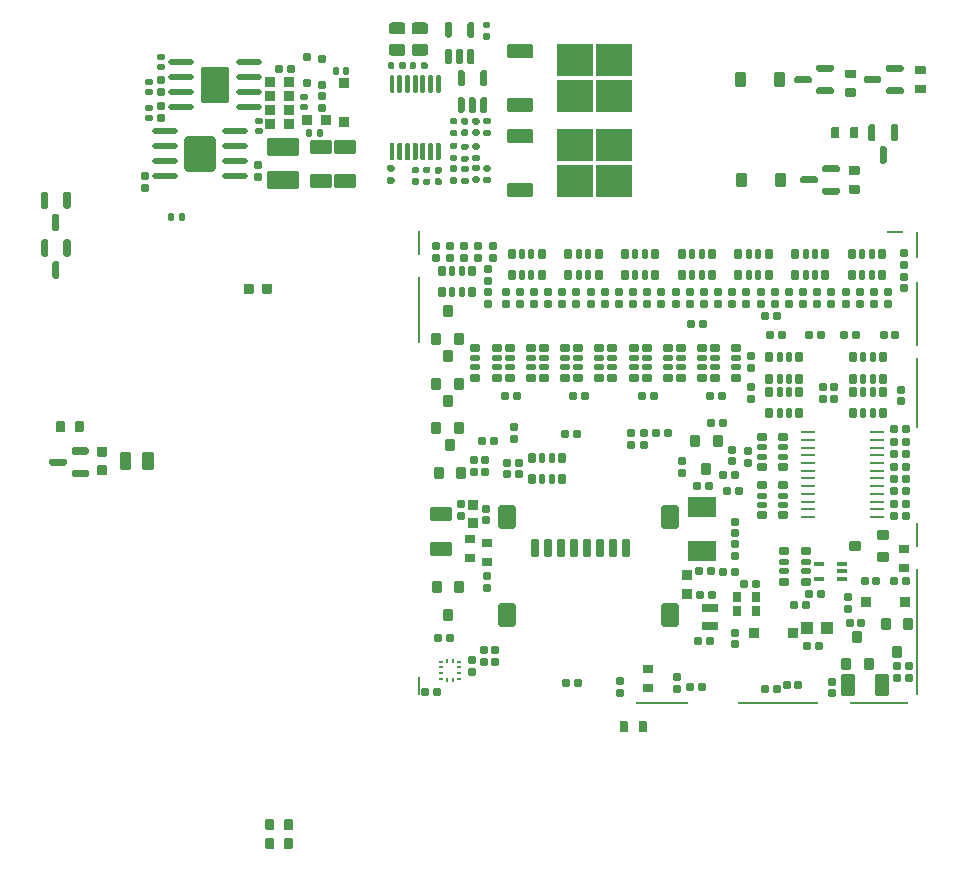
<source format=gbp>
G75*
G70*
%OFA0B0*%
%FSLAX25Y25*%
%IPPOS*%
%LPD*%
%AMOC8*
5,1,8,0,0,1.08239X$1,22.5*
%
%AMM133*
21,1,0.035430,0.030320,-0.000000,-0.000000,270.000000*
21,1,0.028350,0.037400,-0.000000,-0.000000,270.000000*
1,1,0.007090,-0.015160,-0.014170*
1,1,0.007090,-0.015160,0.014170*
1,1,0.007090,0.015160,0.014170*
1,1,0.007090,0.015160,-0.014170*
%
%AMM135*
21,1,0.035830,0.026770,-0.000000,-0.000000,180.000000*
21,1,0.029130,0.033470,-0.000000,-0.000000,180.000000*
1,1,0.006690,-0.014570,0.013390*
1,1,0.006690,0.014570,0.013390*
1,1,0.006690,0.014570,-0.013390*
1,1,0.006690,-0.014570,-0.013390*
%
%AMM137*
21,1,0.070870,0.036220,-0.000000,-0.000000,270.000000*
21,1,0.061810,0.045280,-0.000000,-0.000000,270.000000*
1,1,0.009060,-0.018110,-0.030910*
1,1,0.009060,-0.018110,0.030910*
1,1,0.009060,0.018110,0.030910*
1,1,0.009060,0.018110,-0.030910*
%
%AMM157*
21,1,0.033470,0.026770,-0.000000,-0.000000,90.000000*
21,1,0.026770,0.033470,-0.000000,-0.000000,90.000000*
1,1,0.006690,0.013390,0.013390*
1,1,0.006690,0.013390,-0.013390*
1,1,0.006690,-0.013390,-0.013390*
1,1,0.006690,-0.013390,0.013390*
%
%AMM171*
21,1,0.035830,0.026770,0.000000,-0.000000,270.000000*
21,1,0.029130,0.033470,0.000000,-0.000000,270.000000*
1,1,0.006690,-0.013390,-0.014570*
1,1,0.006690,-0.013390,0.014570*
1,1,0.006690,0.013390,0.014570*
1,1,0.006690,0.013390,-0.014570*
%
%AMM173*
21,1,0.070870,0.036220,0.000000,-0.000000,0.000000*
21,1,0.061810,0.045280,0.000000,-0.000000,0.000000*
1,1,0.009060,0.030910,-0.018110*
1,1,0.009060,-0.030910,-0.018110*
1,1,0.009060,-0.030910,0.018110*
1,1,0.009060,0.030910,0.018110*
%
%AMM176*
21,1,0.023620,0.018900,0.000000,-0.000000,0.000000*
21,1,0.018900,0.023620,0.000000,-0.000000,0.000000*
1,1,0.004720,0.009450,-0.009450*
1,1,0.004720,-0.009450,-0.009450*
1,1,0.004720,-0.009450,0.009450*
1,1,0.004720,0.009450,0.009450*
%
%AMM177*
21,1,0.019680,0.019680,0.000000,-0.000000,270.000000*
21,1,0.015750,0.023620,0.000000,-0.000000,270.000000*
1,1,0.003940,-0.009840,-0.007870*
1,1,0.003940,-0.009840,0.007870*
1,1,0.003940,0.009840,0.007870*
1,1,0.003940,0.009840,-0.007870*
%
%AMM178*
21,1,0.019680,0.019680,0.000000,-0.000000,180.000000*
21,1,0.015750,0.023620,0.000000,-0.000000,180.000000*
1,1,0.003940,-0.007870,0.009840*
1,1,0.003940,0.007870,0.009840*
1,1,0.003940,0.007870,-0.009840*
1,1,0.003940,-0.007870,-0.009840*
%
%AMM192*
21,1,0.106300,0.050390,0.000000,-0.000000,0.000000*
21,1,0.093700,0.062990,0.000000,-0.000000,0.000000*
1,1,0.012600,0.046850,-0.025200*
1,1,0.012600,-0.046850,-0.025200*
1,1,0.012600,-0.046850,0.025200*
1,1,0.012600,0.046850,0.025200*
%
%AMM193*
21,1,0.033470,0.026770,0.000000,-0.000000,180.000000*
21,1,0.026770,0.033470,0.000000,-0.000000,180.000000*
1,1,0.006690,-0.013390,0.013390*
1,1,0.006690,0.013390,0.013390*
1,1,0.006690,0.013390,-0.013390*
1,1,0.006690,-0.013390,-0.013390*
%
%AMM194*
21,1,0.023620,0.018900,0.000000,-0.000000,90.000000*
21,1,0.018900,0.023620,0.000000,-0.000000,90.000000*
1,1,0.004720,0.009450,0.009450*
1,1,0.004720,0.009450,-0.009450*
1,1,0.004720,-0.009450,-0.009450*
1,1,0.004720,-0.009450,0.009450*
%
%AMM195*
21,1,0.122050,0.075590,0.000000,-0.000000,90.000000*
21,1,0.103150,0.094490,0.000000,-0.000000,90.000000*
1,1,0.018900,0.037800,0.051580*
1,1,0.018900,0.037800,-0.051580*
1,1,0.018900,-0.037800,-0.051580*
1,1,0.018900,-0.037800,0.051580*
%
%AMM196*
21,1,0.118110,0.083460,0.000000,-0.000000,270.000000*
21,1,0.097240,0.104330,0.000000,-0.000000,270.000000*
1,1,0.020870,-0.041730,-0.048620*
1,1,0.020870,-0.041730,0.048620*
1,1,0.020870,0.041730,0.048620*
1,1,0.020870,0.041730,-0.048620*
%
%AMM259*
21,1,0.027560,0.018900,-0.000000,-0.000000,0.000000*
21,1,0.022840,0.023620,-0.000000,-0.000000,0.000000*
1,1,0.004720,0.011420,-0.009450*
1,1,0.004720,-0.011420,-0.009450*
1,1,0.004720,-0.011420,0.009450*
1,1,0.004720,0.011420,0.009450*
%
%AMM262*
21,1,0.025590,0.026380,-0.000000,-0.000000,270.000000*
21,1,0.020470,0.031500,-0.000000,-0.000000,270.000000*
1,1,0.005120,-0.013190,-0.010240*
1,1,0.005120,-0.013190,0.010240*
1,1,0.005120,0.013190,0.010240*
1,1,0.005120,0.013190,-0.010240*
%
%AMM263*
21,1,0.017720,0.027950,-0.000000,-0.000000,270.000000*
21,1,0.014170,0.031500,-0.000000,-0.000000,270.000000*
1,1,0.003540,-0.013980,-0.007090*
1,1,0.003540,-0.013980,0.007090*
1,1,0.003540,0.013980,0.007090*
1,1,0.003540,0.013980,-0.007090*
%
%AMM265*
21,1,0.012600,0.028980,-0.000000,-0.000000,270.000000*
21,1,0.010080,0.031500,-0.000000,-0.000000,270.000000*
1,1,0.002520,-0.014490,-0.005040*
1,1,0.002520,-0.014490,0.005040*
1,1,0.002520,0.014490,0.005040*
1,1,0.002520,0.014490,-0.005040*
%
%AMM268*
21,1,0.027560,0.018900,-0.000000,-0.000000,270.000000*
21,1,0.022840,0.023620,-0.000000,-0.000000,270.000000*
1,1,0.004720,-0.009450,-0.011420*
1,1,0.004720,-0.009450,0.011420*
1,1,0.004720,0.009450,0.011420*
1,1,0.004720,0.009450,-0.011420*
%
%AMM285*
21,1,0.035430,0.030320,-0.000000,-0.000000,0.000000*
21,1,0.028350,0.037400,-0.000000,-0.000000,0.000000*
1,1,0.007090,0.014170,-0.015160*
1,1,0.007090,-0.014170,-0.015160*
1,1,0.007090,-0.014170,0.015160*
1,1,0.007090,0.014170,0.015160*
%
%AMM286*
21,1,0.070870,0.036220,-0.000000,-0.000000,180.000000*
21,1,0.061810,0.045280,-0.000000,-0.000000,180.000000*
1,1,0.009060,-0.030910,0.018110*
1,1,0.009060,0.030910,0.018110*
1,1,0.009060,0.030910,-0.018110*
1,1,0.009060,-0.030910,-0.018110*
%
%AMM287*
21,1,0.059060,0.020470,-0.000000,-0.000000,270.000000*
21,1,0.053940,0.025590,-0.000000,-0.000000,270.000000*
1,1,0.005120,-0.010240,-0.026970*
1,1,0.005120,-0.010240,0.026970*
1,1,0.005120,0.010240,0.026970*
1,1,0.005120,0.010240,-0.026970*
%
%AMM288*
21,1,0.078740,0.045670,-0.000000,-0.000000,270.000000*
21,1,0.067320,0.057090,-0.000000,-0.000000,270.000000*
1,1,0.011420,-0.022840,-0.033660*
1,1,0.011420,-0.022840,0.033660*
1,1,0.011420,0.022840,0.033660*
1,1,0.011420,0.022840,-0.033660*
%
%AMM289*
21,1,0.025590,0.026380,-0.000000,-0.000000,180.000000*
21,1,0.020470,0.031500,-0.000000,-0.000000,180.000000*
1,1,0.005120,-0.010240,0.013190*
1,1,0.005120,0.010240,0.013190*
1,1,0.005120,0.010240,-0.013190*
1,1,0.005120,-0.010240,-0.013190*
%
%AMM290*
21,1,0.017720,0.027950,-0.000000,-0.000000,180.000000*
21,1,0.014170,0.031500,-0.000000,-0.000000,180.000000*
1,1,0.003540,-0.007090,0.013980*
1,1,0.003540,0.007090,0.013980*
1,1,0.003540,0.007090,-0.013980*
1,1,0.003540,-0.007090,-0.013980*
%
%AMM291*
21,1,0.027560,0.030710,-0.000000,-0.000000,270.000000*
21,1,0.022050,0.036220,-0.000000,-0.000000,270.000000*
1,1,0.005510,-0.015350,-0.011020*
1,1,0.005510,-0.015350,0.011020*
1,1,0.005510,0.015350,0.011020*
1,1,0.005510,0.015350,-0.011020*
%
%AMM292*
21,1,0.027560,0.049610,-0.000000,-0.000000,90.000000*
21,1,0.022050,0.055120,-0.000000,-0.000000,90.000000*
1,1,0.005510,0.024800,0.011020*
1,1,0.005510,0.024800,-0.011020*
1,1,0.005510,-0.024800,-0.011020*
1,1,0.005510,-0.024800,0.011020*
%
%AMM293*
21,1,0.027560,0.030710,-0.000000,-0.000000,180.000000*
21,1,0.022050,0.036220,-0.000000,-0.000000,180.000000*
1,1,0.005510,-0.011020,0.015350*
1,1,0.005510,0.011020,0.015350*
1,1,0.005510,0.011020,-0.015350*
1,1,0.005510,-0.011020,-0.015350*
%
%ADD195R,0.03937X0.04331*%
%ADD200R,0.09449X0.06693*%
%ADD206O,0.04961X0.00984*%
%ADD207R,0.00984X0.01378*%
%ADD208R,0.01378X0.00984*%
%ADD284O,0.08661X0.01968*%
%ADD296M133*%
%ADD298M135*%
%ADD300M137*%
%ADD320M157*%
%ADD334M171*%
%ADD336M173*%
%ADD339M176*%
%ADD340M177*%
%ADD341M178*%
%ADD355M192*%
%ADD356M193*%
%ADD357M194*%
%ADD358M195*%
%ADD359M196*%
%ADD442M259*%
%ADD445M262*%
%ADD446M263*%
%ADD448M265*%
%ADD451M268*%
%ADD46R,0.00787X0.09055*%
%ADD468M285*%
%ADD469M286*%
%ADD47R,0.00787X0.42126*%
%ADD470M287*%
%ADD471M288*%
%ADD472M289*%
%ADD473M290*%
%ADD474M291*%
%ADD475M292*%
%ADD476M293*%
%ADD48R,0.00787X0.08268*%
%ADD49R,0.00787X0.23622*%
%ADD50R,0.00787X0.21260*%
%ADD51R,0.05512X0.00787*%
%ADD52R,0.19685X0.00787*%
%ADD53R,0.26772X0.00787*%
%ADD54R,0.17717X0.00787*%
%ADD55R,0.00787X0.06299*%
%ADD56R,0.00787X0.22441*%
%ADD57R,0.00787X0.07874*%
%ADD86R,0.12008X0.10827*%
X0000000Y0000000D02*
%LPD*%
G01*
D46*
X0316437Y0212303D03*
D47*
X0316437Y0083169D03*
D48*
X0316437Y0115453D03*
D49*
X0316437Y0162894D03*
D50*
X0316437Y0189272D03*
D51*
X0309350Y0216437D03*
D52*
X0303839Y0059350D03*
D53*
X0270374Y0059350D03*
D54*
X0231594Y0059350D03*
D55*
X0150689Y0065256D03*
D56*
X0150689Y0190650D03*
D57*
X0150689Y0212894D03*
G36*
G01*
X0217520Y0050039D02*
X0217520Y0053110D01*
G75*
G02*
X0217795Y0053386I0000276J0000000D01*
G01*
X0220000Y0053386D01*
G75*
G02*
X0220276Y0053110I0000000J-000276D01*
G01*
X0220276Y0050039D01*
G75*
G02*
X0220000Y0049764I-000276J0000000D01*
G01*
X0217795Y0049764D01*
G75*
G02*
X0217520Y0050039I0000000J0000276D01*
G01*
G37*
G36*
G01*
X0223819Y0050039D02*
X0223819Y0053110D01*
G75*
G02*
X0224094Y0053386I0000276J0000000D01*
G01*
X0226299Y0053386D01*
G75*
G02*
X0226575Y0053110I0000000J-000276D01*
G01*
X0226575Y0050039D01*
G75*
G02*
X0226299Y0049764I-000276J0000000D01*
G01*
X0224094Y0049764D01*
G75*
G02*
X0223819Y0050039I0000000J0000276D01*
G01*
G37*
G36*
G01*
X0099409Y0011063D02*
X0099409Y0014134D01*
G75*
G02*
X0099685Y0014409I0000276J0000000D01*
G01*
X0101890Y0014409D01*
G75*
G02*
X0102165Y0014134I0000000J-000276D01*
G01*
X0102165Y0011063D01*
G75*
G02*
X0101890Y0010787I-000276J0000000D01*
G01*
X0099685Y0010787D01*
G75*
G02*
X0099409Y0011063I0000000J0000276D01*
G01*
G37*
G36*
G01*
X0105709Y0011063D02*
X0105709Y0014134D01*
G75*
G02*
X0105984Y0014409I0000276J0000000D01*
G01*
X0108189Y0014409D01*
G75*
G02*
X0108465Y0014134I0000000J-000276D01*
G01*
X0108465Y0011063D01*
G75*
G02*
X0108189Y0010787I-000276J0000000D01*
G01*
X0105984Y0010787D01*
G75*
G02*
X0105709Y0011063I0000000J0000276D01*
G01*
G37*
G36*
G01*
X0050787Y0137697D02*
X0050787Y0142618D01*
G75*
G02*
X0051181Y0143012I0000394J0000000D01*
G01*
X0054331Y0143012D01*
G75*
G02*
X0054724Y0142618I0000000J-000394D01*
G01*
X0054724Y0137697D01*
G75*
G02*
X0054331Y0137303I-000394J0000000D01*
G01*
X0051181Y0137303D01*
G75*
G02*
X0050787Y0137697I0000000J0000394D01*
G01*
G37*
G36*
G01*
X0058268Y0137697D02*
X0058268Y0142618D01*
G75*
G02*
X0058662Y0143012I0000394J0000000D01*
G01*
X0061811Y0143012D01*
G75*
G02*
X0062205Y0142618I0000000J-000394D01*
G01*
X0062205Y0137697D01*
G75*
G02*
X0061811Y0137303I-000394J0000000D01*
G01*
X0058662Y0137303D01*
G75*
G02*
X0058268Y0137697I0000000J0000394D01*
G01*
G37*
G36*
G01*
X0256299Y0231850D02*
X0256299Y0235866D01*
G75*
G02*
X0256654Y0236220I0000354J0000000D01*
G01*
X0259488Y0236220D01*
G75*
G02*
X0259843Y0235866I0000000J-000354D01*
G01*
X0259843Y0231850D01*
G75*
G02*
X0259488Y0231496I-000354J0000000D01*
G01*
X0256654Y0231496D01*
G75*
G02*
X0256299Y0231850I0000000J0000354D01*
G01*
G37*
G36*
G01*
X0269291Y0231850D02*
X0269291Y0235866D01*
G75*
G02*
X0269646Y0236220I0000354J0000000D01*
G01*
X0272480Y0236220D01*
G75*
G02*
X0272835Y0235866I0000000J-000354D01*
G01*
X0272835Y0231850D01*
G75*
G02*
X0272480Y0231496I-000354J0000000D01*
G01*
X0269646Y0231496D01*
G75*
G02*
X0269291Y0231850I0000000J0000354D01*
G01*
G37*
G36*
G01*
X0025197Y0214075D02*
X0026378Y0214075D01*
G75*
G02*
X0026969Y0213484I0000000J-000591D01*
G01*
X0026969Y0208858D01*
G75*
G02*
X0026378Y0208268I-000591J0000000D01*
G01*
X0025197Y0208268D01*
G75*
G02*
X0024606Y0208858I0000000J0000591D01*
G01*
X0024606Y0213484D01*
G75*
G02*
X0025197Y0214075I0000591J0000000D01*
G01*
G37*
G36*
G01*
X0032677Y0214075D02*
X0033858Y0214075D01*
G75*
G02*
X0034449Y0213484I0000000J-000591D01*
G01*
X0034449Y0208858D01*
G75*
G02*
X0033858Y0208268I-000591J0000000D01*
G01*
X0032677Y0208268D01*
G75*
G02*
X0032087Y0208858I0000000J0000591D01*
G01*
X0032087Y0213484D01*
G75*
G02*
X0032677Y0214075I0000591J0000000D01*
G01*
G37*
G36*
G01*
X0028937Y0206693D02*
X0030118Y0206693D01*
G75*
G02*
X0030709Y0206102I0000000J-000591D01*
G01*
X0030709Y0201476D01*
G75*
G02*
X0030118Y0200886I-000591J0000000D01*
G01*
X0028937Y0200886D01*
G75*
G02*
X0028346Y0201476I0000000J0000591D01*
G01*
X0028346Y0206102D01*
G75*
G02*
X0028937Y0206693I0000591J0000000D01*
G01*
G37*
G36*
G01*
X0292953Y0270669D02*
X0296024Y0270669D01*
G75*
G02*
X0296299Y0270394I0000000J-000276D01*
G01*
X0296299Y0268189D01*
G75*
G02*
X0296024Y0267913I-000276J0000000D01*
G01*
X0292953Y0267913D01*
G75*
G02*
X0292677Y0268189I0000000J0000276D01*
G01*
X0292677Y0270394D01*
G75*
G02*
X0292953Y0270669I0000276J0000000D01*
G01*
G37*
G36*
G01*
X0292953Y0264370D02*
X0296024Y0264370D01*
G75*
G02*
X0296299Y0264094I0000000J-000276D01*
G01*
X0296299Y0261890D01*
G75*
G02*
X0296024Y0261614I-000276J0000000D01*
G01*
X0292953Y0261614D01*
G75*
G02*
X0292677Y0261890I0000000J0000276D01*
G01*
X0292677Y0264094D01*
G75*
G02*
X0292953Y0264370I0000276J0000000D01*
G01*
G37*
D86*
X0202559Y0245472D03*
X0202559Y0233465D03*
X0215748Y0245472D03*
X0215748Y0233465D03*
G36*
G01*
X0180020Y0228602D02*
X0180020Y0232382D01*
G75*
G02*
X0180492Y0232854I0000472J0000000D01*
G01*
X0188209Y0232854D01*
G75*
G02*
X0188681Y0232382I0000000J-000472D01*
G01*
X0188681Y0228602D01*
G75*
G02*
X0188209Y0228130I-000472J0000000D01*
G01*
X0180492Y0228130D01*
G75*
G02*
X0180020Y0228602I0000000J0000472D01*
G01*
G37*
G36*
G01*
X0180020Y0246555D02*
X0180020Y0250335D01*
G75*
G02*
X0180492Y0250807I0000472J0000000D01*
G01*
X0188209Y0250807D01*
G75*
G02*
X0188681Y0250335I0000000J-000472D01*
G01*
X0188681Y0246555D01*
G75*
G02*
X0188209Y0246083I-000472J0000000D01*
G01*
X0180492Y0246083D01*
G75*
G02*
X0180020Y0246555I0000000J0000472D01*
G01*
G37*
G36*
G01*
X0029724Y0150039D02*
X0029724Y0153110D01*
G75*
G02*
X0030000Y0153386I0000276J0000000D01*
G01*
X0032205Y0153386D01*
G75*
G02*
X0032480Y0153110I0000000J-000276D01*
G01*
X0032480Y0150039D01*
G75*
G02*
X0032205Y0149764I-000276J0000000D01*
G01*
X0030000Y0149764D01*
G75*
G02*
X0029724Y0150039I0000000J0000276D01*
G01*
G37*
G36*
G01*
X0036024Y0150039D02*
X0036024Y0153110D01*
G75*
G02*
X0036299Y0153386I0000276J0000000D01*
G01*
X0038504Y0153386D01*
G75*
G02*
X0038780Y0153110I0000000J-000276D01*
G01*
X0038780Y0150039D01*
G75*
G02*
X0038504Y0149764I-000276J0000000D01*
G01*
X0036299Y0149764D01*
G75*
G02*
X0036024Y0150039I0000000J0000276D01*
G01*
G37*
G36*
G01*
X0290846Y0238189D02*
X0290846Y0237008D01*
G75*
G02*
X0290256Y0236417I-000591J0000000D01*
G01*
X0285630Y0236417D01*
G75*
G02*
X0285039Y0237008I0000000J0000591D01*
G01*
X0285039Y0238189D01*
G75*
G02*
X0285630Y0238780I0000591J0000000D01*
G01*
X0290256Y0238780D01*
G75*
G02*
X0290846Y0238189I0000000J-000591D01*
G01*
G37*
G36*
G01*
X0290846Y0230709D02*
X0290846Y0229528D01*
G75*
G02*
X0290256Y0228937I-000591J0000000D01*
G01*
X0285630Y0228937D01*
G75*
G02*
X0285039Y0229528I0000000J0000591D01*
G01*
X0285039Y0230709D01*
G75*
G02*
X0285630Y0231299I0000591J0000000D01*
G01*
X0290256Y0231299D01*
G75*
G02*
X0290846Y0230709I0000000J-000591D01*
G01*
G37*
G36*
G01*
X0283465Y0234449D02*
X0283465Y0233268D01*
G75*
G02*
X0282874Y0232677I-000591J0000000D01*
G01*
X0278248Y0232677D01*
G75*
G02*
X0277657Y0233268I0000000J0000591D01*
G01*
X0277657Y0234449D01*
G75*
G02*
X0278248Y0235039I0000591J0000000D01*
G01*
X0282874Y0235039D01*
G75*
G02*
X0283465Y0234449I0000000J-000591D01*
G01*
G37*
G36*
G01*
X0288878Y0271654D02*
X0288878Y0270472D01*
G75*
G02*
X0288287Y0269882I-000591J0000000D01*
G01*
X0283661Y0269882D01*
G75*
G02*
X0283071Y0270472I0000000J0000591D01*
G01*
X0283071Y0271654D01*
G75*
G02*
X0283661Y0272244I0000591J0000000D01*
G01*
X0288287Y0272244D01*
G75*
G02*
X0288878Y0271654I0000000J-000591D01*
G01*
G37*
G36*
G01*
X0288878Y0264173D02*
X0288878Y0262992D01*
G75*
G02*
X0288287Y0262402I-000591J0000000D01*
G01*
X0283661Y0262402D01*
G75*
G02*
X0283071Y0262992I0000000J0000591D01*
G01*
X0283071Y0264173D01*
G75*
G02*
X0283661Y0264764I0000591J0000000D01*
G01*
X0288287Y0264764D01*
G75*
G02*
X0288878Y0264173I0000000J-000591D01*
G01*
G37*
G36*
G01*
X0281496Y0267913D02*
X0281496Y0266732D01*
G75*
G02*
X0280906Y0266142I-000591J0000000D01*
G01*
X0276280Y0266142D01*
G75*
G02*
X0275689Y0266732I0000000J0000591D01*
G01*
X0275689Y0267913D01*
G75*
G02*
X0276280Y0268504I0000591J0000000D01*
G01*
X0280906Y0268504D01*
G75*
G02*
X0281496Y0267913I0000000J-000591D01*
G01*
G37*
G36*
G01*
X0025197Y0229970D02*
X0026378Y0229970D01*
G75*
G02*
X0026969Y0229380I0000000J-000591D01*
G01*
X0026969Y0224754D01*
G75*
G02*
X0026378Y0224163I-000591J0000000D01*
G01*
X0025197Y0224163D01*
G75*
G02*
X0024606Y0224754I0000000J0000591D01*
G01*
X0024606Y0229380D01*
G75*
G02*
X0025197Y0229970I0000591J0000000D01*
G01*
G37*
G36*
G01*
X0032677Y0229970D02*
X0033858Y0229970D01*
G75*
G02*
X0034449Y0229380I0000000J-000591D01*
G01*
X0034449Y0224754D01*
G75*
G02*
X0033858Y0224163I-000591J0000000D01*
G01*
X0032677Y0224163D01*
G75*
G02*
X0032087Y0224754I0000000J0000591D01*
G01*
X0032087Y0229380D01*
G75*
G02*
X0032677Y0229970I0000591J0000000D01*
G01*
G37*
G36*
G01*
X0028937Y0222589D02*
X0030118Y0222589D01*
G75*
G02*
X0030709Y0221998I0000000J-000591D01*
G01*
X0030709Y0217372D01*
G75*
G02*
X0030118Y0216781I-000591J0000000D01*
G01*
X0028937Y0216781D01*
G75*
G02*
X0028346Y0217372I0000000J0000591D01*
G01*
X0028346Y0221998D01*
G75*
G02*
X0028937Y0222589I0000591J0000000D01*
G01*
G37*
G36*
G01*
X0046220Y0135374D02*
X0043543Y0135374D01*
G75*
G02*
X0043209Y0135709I0000000J0000335D01*
G01*
X0043209Y0138386D01*
G75*
G02*
X0043543Y0138720I0000335J0000000D01*
G01*
X0046220Y0138720D01*
G75*
G02*
X0046555Y0138386I0000000J-000335D01*
G01*
X0046555Y0135709D01*
G75*
G02*
X0046220Y0135374I-000335J0000000D01*
G01*
G37*
G36*
G01*
X0046220Y0141594D02*
X0043543Y0141594D01*
G75*
G02*
X0043209Y0141929I0000000J0000335D01*
G01*
X0043209Y0144606D01*
G75*
G02*
X0043543Y0144941I0000335J0000000D01*
G01*
X0046220Y0144941D01*
G75*
G02*
X0046555Y0144606I0000000J-000335D01*
G01*
X0046555Y0141929D01*
G75*
G02*
X0046220Y0141594I-000335J0000000D01*
G01*
G37*
G36*
G01*
X0300984Y0252510D02*
X0302165Y0252510D01*
G75*
G02*
X0302756Y0251919I0000000J-000591D01*
G01*
X0302756Y0247293D01*
G75*
G02*
X0302165Y0246703I-000591J0000000D01*
G01*
X0300984Y0246703D01*
G75*
G02*
X0300394Y0247293I0000000J0000591D01*
G01*
X0300394Y0251919D01*
G75*
G02*
X0300984Y0252510I0000591J0000000D01*
G01*
G37*
G36*
G01*
X0304724Y0245128D02*
X0305906Y0245128D01*
G75*
G02*
X0306496Y0244537I0000000J-000591D01*
G01*
X0306496Y0239911D01*
G75*
G02*
X0305906Y0239321I-000591J0000000D01*
G01*
X0304724Y0239321D01*
G75*
G02*
X0304134Y0239911I0000000J0000591D01*
G01*
X0304134Y0244537D01*
G75*
G02*
X0304724Y0245128I0000591J0000000D01*
G01*
G37*
G36*
G01*
X0308465Y0252510D02*
X0309646Y0252510D01*
G75*
G02*
X0310236Y0251919I0000000J-000591D01*
G01*
X0310236Y0247293D01*
G75*
G02*
X0309646Y0246703I-000591J0000000D01*
G01*
X0308465Y0246703D01*
G75*
G02*
X0307874Y0247293I0000000J0000591D01*
G01*
X0307874Y0251919D01*
G75*
G02*
X0308465Y0252510I0000591J0000000D01*
G01*
G37*
G36*
G01*
X0040600Y0144094D02*
X0040600Y0142913D01*
G75*
G02*
X0040010Y0142323I-000591J0000000D01*
G01*
X0035384Y0142323D01*
G75*
G02*
X0034793Y0142913I0000000J0000591D01*
G01*
X0034793Y0144094D01*
G75*
G02*
X0035384Y0144685I0000591J0000000D01*
G01*
X0040010Y0144685D01*
G75*
G02*
X0040600Y0144094I0000000J-000591D01*
G01*
G37*
G36*
G01*
X0033219Y0140354D02*
X0033219Y0139173D01*
G75*
G02*
X0032628Y0138583I-000591J0000000D01*
G01*
X0028002Y0138583D01*
G75*
G02*
X0027411Y0139173I0000000J0000591D01*
G01*
X0027411Y0140354D01*
G75*
G02*
X0028002Y0140945I0000591J0000000D01*
G01*
X0032628Y0140945D01*
G75*
G02*
X0033219Y0140354I0000000J-000591D01*
G01*
G37*
G36*
G01*
X0040600Y0136614D02*
X0040600Y0135433D01*
G75*
G02*
X0040010Y0134843I-000591J0000000D01*
G01*
X0035384Y0134843D01*
G75*
G02*
X0034793Y0135433I0000000J0000591D01*
G01*
X0034793Y0136614D01*
G75*
G02*
X0035384Y0137205I0000591J0000000D01*
G01*
X0040010Y0137205D01*
G75*
G02*
X0040600Y0136614I0000000J-000591D01*
G01*
G37*
G36*
G01*
X0316181Y0271850D02*
X0319252Y0271850D01*
G75*
G02*
X0319528Y0271575I0000000J-000276D01*
G01*
X0319528Y0269370D01*
G75*
G02*
X0319252Y0269094I-000276J0000000D01*
G01*
X0316181Y0269094D01*
G75*
G02*
X0315906Y0269370I0000000J0000276D01*
G01*
X0315906Y0271575D01*
G75*
G02*
X0316181Y0271850I0000276J0000000D01*
G01*
G37*
G36*
G01*
X0316181Y0265551D02*
X0319252Y0265551D01*
G75*
G02*
X0319528Y0265276I0000000J-000276D01*
G01*
X0319528Y0263071D01*
G75*
G02*
X0319252Y0262795I-000276J0000000D01*
G01*
X0316181Y0262795D01*
G75*
G02*
X0315906Y0263071I0000000J0000276D01*
G01*
X0315906Y0265276D01*
G75*
G02*
X0316181Y0265551I0000276J0000000D01*
G01*
G37*
G36*
G01*
X0255906Y0265315D02*
X0255906Y0269331D01*
G75*
G02*
X0256260Y0269685I0000354J0000000D01*
G01*
X0259094Y0269685D01*
G75*
G02*
X0259449Y0269331I0000000J-000354D01*
G01*
X0259449Y0265315D01*
G75*
G02*
X0259094Y0264961I-000354J0000000D01*
G01*
X0256260Y0264961D01*
G75*
G02*
X0255906Y0265315I0000000J0000354D01*
G01*
G37*
G36*
G01*
X0268898Y0265315D02*
X0268898Y0269331D01*
G75*
G02*
X0269252Y0269685I0000354J0000000D01*
G01*
X0272087Y0269685D01*
G75*
G02*
X0272441Y0269331I0000000J-000354D01*
G01*
X0272441Y0265315D01*
G75*
G02*
X0272087Y0264961I-000354J0000000D01*
G01*
X0269252Y0264961D01*
G75*
G02*
X0268898Y0265315I0000000J0000354D01*
G01*
G37*
G36*
G01*
X0312106Y0271654D02*
X0312106Y0270472D01*
G75*
G02*
X0311516Y0269882I-000591J0000000D01*
G01*
X0306890Y0269882D01*
G75*
G02*
X0306299Y0270472I0000000J0000591D01*
G01*
X0306299Y0271654D01*
G75*
G02*
X0306890Y0272244I0000591J0000000D01*
G01*
X0311516Y0272244D01*
G75*
G02*
X0312106Y0271654I0000000J-000591D01*
G01*
G37*
G36*
G01*
X0304724Y0267913D02*
X0304724Y0266732D01*
G75*
G02*
X0304134Y0266142I-000591J0000000D01*
G01*
X0299508Y0266142D01*
G75*
G02*
X0298917Y0266732I0000000J0000591D01*
G01*
X0298917Y0267913D01*
G75*
G02*
X0299508Y0268504I0000591J0000000D01*
G01*
X0304134Y0268504D01*
G75*
G02*
X0304724Y0267913I0000000J-000591D01*
G01*
G37*
G36*
G01*
X0312106Y0264173D02*
X0312106Y0262992D01*
G75*
G02*
X0311516Y0262402I-000591J0000000D01*
G01*
X0306890Y0262402D01*
G75*
G02*
X0306299Y0262992I0000000J0000591D01*
G01*
X0306299Y0264173D01*
G75*
G02*
X0306890Y0264764I0000591J0000000D01*
G01*
X0311516Y0264764D01*
G75*
G02*
X0312106Y0264173I0000000J-000591D01*
G01*
G37*
G36*
G01*
X0297047Y0251142D02*
X0297047Y0248071D01*
G75*
G02*
X0296772Y0247795I-000276J0000000D01*
G01*
X0294567Y0247795D01*
G75*
G02*
X0294291Y0248071I0000000J0000276D01*
G01*
X0294291Y0251142D01*
G75*
G02*
X0294567Y0251417I0000276J0000000D01*
G01*
X0296772Y0251417D01*
G75*
G02*
X0297047Y0251142I0000000J-000276D01*
G01*
G37*
G36*
G01*
X0290748Y0251142D02*
X0290748Y0248071D01*
G75*
G02*
X0290472Y0247795I-000276J0000000D01*
G01*
X0288268Y0247795D01*
G75*
G02*
X0287992Y0248071I0000000J0000276D01*
G01*
X0287992Y0251142D01*
G75*
G02*
X0288268Y0251417I0000276J0000000D01*
G01*
X0290472Y0251417D01*
G75*
G02*
X0290748Y0251142I0000000J-000276D01*
G01*
G37*
G36*
G01*
X0108465Y0020433D02*
X0108465Y0017362D01*
G75*
G02*
X0108189Y0017087I-000276J0000000D01*
G01*
X0105984Y0017087D01*
G75*
G02*
X0105709Y0017362I0000000J0000276D01*
G01*
X0105709Y0020433D01*
G75*
G02*
X0105984Y0020709I0000276J0000000D01*
G01*
X0108189Y0020709D01*
G75*
G02*
X0108465Y0020433I0000000J-000276D01*
G01*
G37*
G36*
G01*
X0102165Y0020433D02*
X0102165Y0017362D01*
G75*
G02*
X0101890Y0017087I-000276J0000000D01*
G01*
X0099685Y0017087D01*
G75*
G02*
X0099409Y0017362I0000000J0000276D01*
G01*
X0099409Y0020433D01*
G75*
G02*
X0099685Y0020709I0000276J0000000D01*
G01*
X0101890Y0020709D01*
G75*
G02*
X0102165Y0020433I0000000J-000276D01*
G01*
G37*
G36*
G01*
X0092106Y0196299D02*
X0092106Y0198976D01*
G75*
G02*
X0092441Y0199311I0000335J0000000D01*
G01*
X0095118Y0199311D01*
G75*
G02*
X0095453Y0198976I0000000J-000335D01*
G01*
X0095453Y0196299D01*
G75*
G02*
X0095118Y0195965I-000335J0000000D01*
G01*
X0092441Y0195965D01*
G75*
G02*
X0092106Y0196299I0000000J0000335D01*
G01*
G37*
G36*
G01*
X0098327Y0196299D02*
X0098327Y0198976D01*
G75*
G02*
X0098661Y0199311I0000335J0000000D01*
G01*
X0101339Y0199311D01*
G75*
G02*
X0101673Y0198976I0000000J-000335D01*
G01*
X0101673Y0196299D01*
G75*
G02*
X0101339Y0195965I-000335J0000000D01*
G01*
X0098661Y0195965D01*
G75*
G02*
X0098327Y0196299I0000000J0000335D01*
G01*
G37*
G36*
G01*
X0294134Y0238386D02*
X0297205Y0238386D01*
G75*
G02*
X0297480Y0238110I0000000J-000276D01*
G01*
X0297480Y0235906D01*
G75*
G02*
X0297205Y0235630I-000276J0000000D01*
G01*
X0294134Y0235630D01*
G75*
G02*
X0293858Y0235906I0000000J0000276D01*
G01*
X0293858Y0238110D01*
G75*
G02*
X0294134Y0238386I0000276J0000000D01*
G01*
G37*
G36*
G01*
X0294134Y0232087D02*
X0297205Y0232087D01*
G75*
G02*
X0297480Y0231811I0000000J-000276D01*
G01*
X0297480Y0229606D01*
G75*
G02*
X0297205Y0229331I-000276J0000000D01*
G01*
X0294134Y0229331D01*
G75*
G02*
X0293858Y0229606I0000000J0000276D01*
G01*
X0293858Y0231811D01*
G75*
G02*
X0294134Y0232087I0000276J0000000D01*
G01*
G37*
X0202559Y0273819D03*
X0202559Y0261811D03*
X0215748Y0273819D03*
X0215748Y0261811D03*
G36*
G01*
X0180020Y0256949D02*
X0180020Y0260728D01*
G75*
G02*
X0180492Y0261201I0000472J0000000D01*
G01*
X0188209Y0261201D01*
G75*
G02*
X0188681Y0260728I0000000J-000472D01*
G01*
X0188681Y0256949D01*
G75*
G02*
X0188209Y0256476I-000472J0000000D01*
G01*
X0180492Y0256476D01*
G75*
G02*
X0180020Y0256949I0000000J0000472D01*
G01*
G37*
G36*
G01*
X0180020Y0274902D02*
X0180020Y0278681D01*
G75*
G02*
X0180492Y0279154I0000472J0000000D01*
G01*
X0188209Y0279154D01*
G75*
G02*
X0188681Y0278681I0000000J-000472D01*
G01*
X0188681Y0274902D01*
G75*
G02*
X0188209Y0274429I-000472J0000000D01*
G01*
X0180492Y0274429D01*
G75*
G02*
X0180020Y0274902I0000000J0000472D01*
G01*
G37*
X0049114Y0283169D02*
G01*
G75*
D334*
X0125492Y0253254D02*
D03*
X0125492Y0266246D02*
D03*
D336*
X0125886Y0233394D02*
D03*
X0125886Y0244811D02*
D03*
X0117854Y0233394D02*
D03*
X0117854Y0244811D02*
D03*
D339*
X0103838Y0270767D02*
D03*
X0107775Y0270767D02*
D03*
X0118405Y0274114D02*
D03*
X0118405Y0265452D02*
D03*
X0113157Y0274901D02*
D03*
X0113157Y0266240D02*
D03*
D340*
X0060531Y0263014D02*
D03*
X0060531Y0266558D02*
D03*
X0097264Y0253623D02*
D03*
X0097264Y0250079D02*
D03*
X0112369Y0261620D02*
D03*
X0112369Y0258077D02*
D03*
X0060531Y0254396D02*
D03*
X0060531Y0257939D02*
D03*
X0064468Y0274901D02*
D03*
X0064468Y0271358D02*
D03*
D341*
X0113944Y0249416D02*
D03*
X0117488Y0249416D02*
D03*
X0126346Y0270183D02*
D03*
X0122802Y0270183D02*
D03*
X0068029Y0221419D02*
D03*
X0071573Y0221419D02*
D03*
D355*
X0105413Y0233956D02*
D03*
X0105413Y0244980D02*
D03*
D356*
X0101090Y0266634D02*
D03*
X0107310Y0266634D02*
D03*
X0101090Y0252540D02*
D03*
X0107310Y0252540D02*
D03*
X0101090Y0257231D02*
D03*
X0107310Y0257231D02*
D03*
X0101090Y0261923D02*
D03*
X0107310Y0261923D02*
D03*
X0113334Y0253721D02*
D03*
X0119555Y0253721D02*
D03*
D357*
X0064468Y0263211D02*
D03*
X0064468Y0267148D02*
D03*
X0064468Y0258530D02*
D03*
X0064468Y0254593D02*
D03*
X0118405Y0261817D02*
D03*
X0118405Y0257880D02*
D03*
X0096791Y0238884D02*
D03*
X0096791Y0234947D02*
D03*
X0059350Y0231108D02*
D03*
X0059350Y0235046D02*
D03*
D284*
X0071228Y0258097D02*
D03*
X0071228Y0263097D02*
D03*
X0071228Y0268097D02*
D03*
X0071228Y0273097D02*
D03*
X0093865Y0258097D02*
D03*
X0093865Y0263097D02*
D03*
X0093865Y0268097D02*
D03*
X0093865Y0273097D02*
D03*
X0065945Y0235030D02*
D03*
X0065945Y0240030D02*
D03*
X0065945Y0245030D02*
D03*
X0065945Y0250030D02*
D03*
X0089370Y0235030D02*
D03*
X0089370Y0240030D02*
D03*
X0089370Y0245030D02*
D03*
X0089370Y0250030D02*
D03*
D358*
X0082546Y0265597D02*
D03*
D359*
X0077657Y0242530D02*
D03*
X0316831Y0216831D02*
G01*
G75*
D50*
X0316437Y0189272D02*
D03*
D46*
X0316437Y0212303D02*
D03*
D49*
X0316437Y0162894D02*
D03*
D57*
X0150689Y0212894D02*
D03*
D48*
X0316437Y0115453D02*
D03*
D47*
X0316437Y0083170D02*
D03*
D52*
X0303839Y0059351D02*
D03*
D53*
X0270374Y0059351D02*
D03*
D54*
X0231595Y0059351D02*
D03*
D56*
X0150689Y0190650D02*
D03*
D55*
X0150689Y0065256D02*
D03*
D51*
X0309351Y0216437D02*
D03*
D296*
X0305216Y0115589D02*
D03*
X0295964Y0111849D02*
D03*
D296*
X0305216Y0108108D02*
D03*
D442*
X0285138Y0164863D02*
D03*
X0285138Y0160926D02*
D03*
X0164469Y0121949D02*
D03*
X0164469Y0125886D02*
D03*
X0288189Y0062697D02*
D03*
X0288189Y0066634D02*
D03*
X0255006Y0140059D02*
D03*
X0255006Y0143996D02*
D03*
X0238101Y0140131D02*
D03*
X0238101Y0136194D02*
D03*
X0260138Y0143603D02*
D03*
X0260138Y0139666D02*
D03*
X0311332Y0160015D02*
D03*
X0311332Y0163952D02*
D03*
X0293603Y0090847D02*
D03*
X0293603Y0094784D02*
D03*
X0314075Y0071752D02*
D03*
X0314075Y0067815D02*
D03*
X0182185Y0147540D02*
D03*
X0182185Y0151477D02*
D03*
X0255807Y0082973D02*
D03*
X0255807Y0079036D02*
D03*
X0225590Y0149410D02*
D03*
X0225590Y0145473D02*
D03*
X0236615Y0068110D02*
D03*
X0236615Y0064174D02*
D03*
X0183760Y0135729D02*
D03*
X0183760Y0139666D02*
D03*
X0179823Y0135729D02*
D03*
X0179823Y0139666D02*
D03*
X0309941Y0071752D02*
D03*
X0309941Y0067815D02*
D03*
X0172933Y0120374D02*
D03*
X0172933Y0124311D02*
D03*
X0173130Y0097933D02*
D03*
X0173130Y0101870D02*
D03*
X0221260Y0149410D02*
D03*
X0221260Y0145473D02*
D03*
X0217618Y0062894D02*
D03*
X0217618Y0066831D02*
D03*
X0255807Y0112500D02*
D03*
X0255807Y0108563D02*
D03*
X0255807Y0116044D02*
D03*
X0255807Y0119981D02*
D03*
X0269193Y0192422D02*
D03*
X0269193Y0196359D02*
D03*
X0264469Y0192422D02*
D03*
X0264469Y0196359D02*
D03*
X0259744Y0192422D02*
D03*
X0259744Y0196359D02*
D03*
X0255020Y0192422D02*
D03*
X0255020Y0196359D02*
D03*
X0170374Y0211713D02*
D03*
X0170374Y0207776D02*
D03*
X0165650Y0207776D02*
D03*
X0165650Y0211713D02*
D03*
X0160926Y0211713D02*
D03*
X0160926Y0207776D02*
D03*
X0156201Y0211713D02*
D03*
X0156201Y0207776D02*
D03*
X0289075Y0164863D02*
D03*
X0289075Y0160926D02*
D03*
X0261122Y0164863D02*
D03*
X0261122Y0160926D02*
D03*
X0292815Y0192422D02*
D03*
X0292815Y0196359D02*
D03*
X0297539Y0192422D02*
D03*
X0297539Y0196359D02*
D03*
X0302264Y0192422D02*
D03*
X0302264Y0196359D02*
D03*
X0306988Y0192422D02*
D03*
X0306988Y0196359D02*
D03*
X0273917Y0192422D02*
D03*
X0273917Y0196359D02*
D03*
X0278642Y0192422D02*
D03*
X0278642Y0196359D02*
D03*
X0283366Y0192422D02*
D03*
X0283366Y0196359D02*
D03*
X0288091Y0192422D02*
D03*
X0288091Y0196359D02*
D03*
X0236122Y0192422D02*
D03*
X0236122Y0196359D02*
D03*
X0240846Y0192422D02*
D03*
X0240846Y0196359D02*
D03*
X0245571Y0192422D02*
D03*
X0245571Y0196359D02*
D03*
X0250295Y0192422D02*
D03*
X0250295Y0196359D02*
D03*
X0217224Y0196359D02*
D03*
X0217224Y0192422D02*
D03*
X0221949Y0192422D02*
D03*
X0221949Y0196359D02*
D03*
X0226673Y0192422D02*
D03*
X0226673Y0196359D02*
D03*
X0231398Y0192422D02*
D03*
X0231398Y0196359D02*
D03*
X0198327Y0192422D02*
D03*
X0198327Y0196359D02*
D03*
X0203051Y0192422D02*
D03*
X0203051Y0196359D02*
D03*
X0207776Y0192422D02*
D03*
X0207776Y0196359D02*
D03*
X0212500Y0192422D02*
D03*
X0212500Y0196359D02*
D03*
X0184154Y0192422D02*
D03*
X0184154Y0196359D02*
D03*
X0188878Y0192422D02*
D03*
X0188878Y0196359D02*
D03*
X0193603Y0192422D02*
D03*
X0193603Y0196359D02*
D03*
X0312107Y0201674D02*
D03*
X0312107Y0197737D02*
D03*
X0175098Y0207776D02*
D03*
X0175098Y0211713D02*
D03*
X0261122Y0175099D02*
D03*
X0261122Y0171162D02*
D03*
X0173524Y0196359D02*
D03*
X0173524Y0192422D02*
D03*
X0312107Y0209351D02*
D03*
X0312107Y0205414D02*
D03*
X0173524Y0200296D02*
D03*
X0173524Y0204233D02*
D03*
X0168406Y0069981D02*
D03*
X0168406Y0073918D02*
D03*
X0179429Y0192422D02*
D03*
X0179429Y0196359D02*
D03*
D445*
X0279429Y0100000D02*
D03*
X0272343Y0100000D02*
D03*
X0272343Y0110040D02*
D03*
X0279429Y0110040D02*
D03*
X0264862Y0148229D02*
D03*
X0271949Y0148229D02*
D03*
X0271949Y0138189D02*
D03*
X0264862Y0138189D02*
D03*
X0264862Y0132087D02*
D03*
X0271949Y0132087D02*
D03*
X0271949Y0122047D02*
D03*
X0264862Y0122047D02*
D03*
X0169390Y0167914D02*
D03*
X0176477Y0167914D02*
D03*
X0176477Y0177953D02*
D03*
X0169390Y0177953D02*
D03*
X0187894Y0177953D02*
D03*
X0180807Y0177953D02*
D03*
X0180807Y0167914D02*
D03*
X0187894Y0167914D02*
D03*
X0237894Y0167914D02*
D03*
X0244980Y0167914D02*
D03*
X0244980Y0177953D02*
D03*
X0237894Y0177953D02*
D03*
X0256398Y0177953D02*
D03*
X0249311Y0177953D02*
D03*
X0249311Y0167914D02*
D03*
X0256398Y0167914D02*
D03*
X0215059Y0167914D02*
D03*
X0222146Y0167914D02*
D03*
X0222146Y0177953D02*
D03*
X0215059Y0177953D02*
D03*
X0233563Y0177953D02*
D03*
X0226476Y0177953D02*
D03*
X0226476Y0167914D02*
D03*
X0233563Y0167914D02*
D03*
X0192224Y0167914D02*
D03*
X0199311Y0167914D02*
D03*
X0199311Y0177953D02*
D03*
X0192224Y0177953D02*
D03*
X0210728Y0177953D02*
D03*
X0203642Y0177953D02*
D03*
X0203642Y0167914D02*
D03*
X0210728Y0167914D02*
D03*
D446*
X0272343Y0106595D02*
D03*
X0272343Y0103445D02*
D03*
X0279429Y0103445D02*
D03*
X0279429Y0106595D02*
D03*
X0271949Y0141634D02*
D03*
X0271949Y0144784D02*
D03*
X0264862Y0144784D02*
D03*
X0264862Y0141634D02*
D03*
X0271949Y0125492D02*
D03*
X0271949Y0128642D02*
D03*
X0264862Y0128642D02*
D03*
X0264862Y0125492D02*
D03*
X0169390Y0171359D02*
D03*
X0169390Y0174508D02*
D03*
X0176477Y0174508D02*
D03*
X0176477Y0171359D02*
D03*
X0187894Y0174508D02*
D03*
X0187894Y0171359D02*
D03*
X0180807Y0171359D02*
D03*
X0180807Y0174508D02*
D03*
X0237894Y0171359D02*
D03*
X0237894Y0174508D02*
D03*
X0244980Y0174508D02*
D03*
X0244980Y0171359D02*
D03*
X0256398Y0174508D02*
D03*
X0256398Y0171359D02*
D03*
X0249311Y0171359D02*
D03*
X0249311Y0174508D02*
D03*
X0215059Y0171359D02*
D03*
X0215059Y0174508D02*
D03*
X0222146Y0174508D02*
D03*
X0222146Y0171359D02*
D03*
X0233563Y0174508D02*
D03*
X0233563Y0171359D02*
D03*
X0226476Y0171359D02*
D03*
X0226476Y0174508D02*
D03*
X0192224Y0171359D02*
D03*
X0192224Y0174508D02*
D03*
X0199311Y0174508D02*
D03*
X0199311Y0171359D02*
D03*
X0210728Y0174508D02*
D03*
X0210728Y0171359D02*
D03*
X0203642Y0171359D02*
D03*
X0203642Y0174508D02*
D03*
D448*
X0291437Y0106004D02*
D03*
X0291437Y0103445D02*
D03*
X0291437Y0100886D02*
D03*
X0283957Y0100886D02*
D03*
X0283957Y0106004D02*
D03*
D451*
X0273130Y0065453D02*
D03*
X0277067Y0065453D02*
D03*
X0156988Y0081201D02*
D03*
X0160926Y0081201D02*
D03*
X0298088Y0086022D02*
D03*
X0294151Y0086022D02*
D03*
X0275492Y0092028D02*
D03*
X0279429Y0092028D02*
D03*
X0284548Y0095965D02*
D03*
X0280611Y0095965D02*
D03*
X0175492Y0146752D02*
D03*
X0171555Y0146752D02*
D03*
X0244784Y0064862D02*
D03*
X0240847Y0064862D02*
D03*
X0176083Y0077067D02*
D03*
X0172146Y0077067D02*
D03*
X0203445Y0066044D02*
D03*
X0199508Y0066044D02*
D03*
X0247921Y0152853D02*
D03*
X0251858Y0152853D02*
D03*
X0257185Y0130217D02*
D03*
X0253248Y0130217D02*
D03*
X0247146Y0131792D02*
D03*
X0243209Y0131792D02*
D03*
X0247933Y0103445D02*
D03*
X0243996Y0103445D02*
D03*
X0152658Y0063288D02*
D03*
X0156595Y0063288D02*
D03*
X0265847Y0064272D02*
D03*
X0269784Y0064272D02*
D03*
X0283760Y0078642D02*
D03*
X0279823Y0078642D02*
D03*
X0172736Y0140453D02*
D03*
X0168799Y0140453D02*
D03*
X0172736Y0136516D02*
D03*
X0168799Y0136516D02*
D03*
X0172146Y0073130D02*
D03*
X0176083Y0073130D02*
D03*
X0199213Y0149016D02*
D03*
X0203150Y0149016D02*
D03*
X0255807Y0103052D02*
D03*
X0251870Y0103052D02*
D03*
X0255807Y0135532D02*
D03*
X0251870Y0135532D02*
D03*
X0247540Y0080217D02*
D03*
X0243603Y0080217D02*
D03*
X0248327Y0095571D02*
D03*
X0244390Y0095571D02*
D03*
X0233465Y0149410D02*
D03*
X0229528Y0149410D02*
D03*
X0262796Y0099016D02*
D03*
X0258859Y0099016D02*
D03*
X0179232Y0161713D02*
D03*
X0183169Y0161713D02*
D03*
X0247736Y0161713D02*
D03*
X0251673Y0161713D02*
D03*
X0224902Y0161713D02*
D03*
X0228839Y0161713D02*
D03*
X0202067Y0161713D02*
D03*
X0206004Y0161713D02*
D03*
X0241240Y0185729D02*
D03*
X0245177Y0185729D02*
D03*
X0296292Y0182185D02*
D03*
X0292355Y0182185D02*
D03*
X0305481Y0182185D02*
D03*
X0309418Y0182185D02*
D03*
X0271488Y0182185D02*
D03*
X0267551Y0182185D02*
D03*
X0280677Y0182185D02*
D03*
X0284614Y0182185D02*
D03*
X0308957Y0100296D02*
D03*
X0312894Y0100296D02*
D03*
X0303051Y0100296D02*
D03*
X0299114Y0100296D02*
D03*
X0266043Y0188485D02*
D03*
X0269980Y0188485D02*
D03*
X0312894Y0150689D02*
D03*
X0308957Y0150689D02*
D03*
X0312894Y0138288D02*
D03*
X0308957Y0138288D02*
D03*
X0312894Y0134154D02*
D03*
X0308957Y0134154D02*
D03*
X0312894Y0125886D02*
D03*
X0308957Y0125886D02*
D03*
X0312894Y0130020D02*
D03*
X0308957Y0130020D02*
D03*
X0312894Y0121752D02*
D03*
X0308957Y0121752D02*
D03*
X0312894Y0142421D02*
D03*
X0308957Y0142421D02*
D03*
X0312894Y0146555D02*
D03*
X0308957Y0146555D02*
D03*
D468*
X0160251Y0088960D02*
D03*
X0156511Y0098212D02*
D03*
X0242680Y0146711D02*
D03*
X0246420Y0137459D02*
D03*
X0306201Y0085847D02*
D03*
X0309941Y0076595D02*
D03*
X0300492Y0072422D02*
D03*
X0296752Y0081673D02*
D03*
X0163878Y0180807D02*
D03*
X0160138Y0190059D02*
D03*
X0160138Y0175164D02*
D03*
X0163878Y0165912D02*
D03*
X0163878Y0151017D02*
D03*
X0160138Y0160269D02*
D03*
X0164665Y0136122D02*
D03*
X0160925Y0145374D02*
D03*
D468*
X0163991Y0098212D02*
D03*
X0250160Y0146711D02*
D03*
X0313681Y0085847D02*
D03*
X0293012Y0072421D02*
D03*
X0156398Y0180807D02*
D03*
X0156398Y0165912D02*
D03*
X0156398Y0151017D02*
D03*
X0157185Y0136122D02*
D03*
D298*
X0312500Y0093209D02*
D03*
X0299508Y0093209D02*
D03*
X0275099Y0082973D02*
D03*
X0262106Y0082973D02*
D03*
D195*
X0280020Y0084548D02*
D03*
X0286713Y0084548D02*
D03*
D469*
X0157776Y0122343D02*
D03*
X0157776Y0110926D02*
D03*
D470*
X0219705Y0111307D02*
D03*
X0215374Y0111307D02*
D03*
X0211043Y0111307D02*
D03*
X0206713Y0111307D02*
D03*
X0202382Y0111307D02*
D03*
X0198051Y0111307D02*
D03*
X0193720Y0111307D02*
D03*
X0189390Y0111307D02*
D03*
D471*
X0180020Y0121543D02*
D03*
X0180020Y0088866D02*
D03*
X0234153Y0088866D02*
D03*
X0234153Y0121543D02*
D03*
D200*
X0244783Y0110335D02*
D03*
X0244783Y0124902D02*
D03*
D472*
X0198228Y0134154D02*
D03*
X0198228Y0141240D02*
D03*
X0188189Y0141240D02*
D03*
X0188189Y0134154D02*
D03*
X0267126Y0209154D02*
D03*
X0267126Y0202067D02*
D03*
X0257087Y0202067D02*
D03*
X0257087Y0209154D02*
D03*
X0295276Y0174705D02*
D03*
X0295276Y0167618D02*
D03*
X0305315Y0167618D02*
D03*
X0305315Y0174705D02*
D03*
X0305315Y0156201D02*
D03*
X0305315Y0163288D02*
D03*
X0295276Y0163288D02*
D03*
X0295276Y0156201D02*
D03*
X0267323Y0174705D02*
D03*
X0267323Y0167618D02*
D03*
X0277362Y0167618D02*
D03*
X0277362Y0174705D02*
D03*
X0277362Y0156201D02*
D03*
X0277362Y0163288D02*
D03*
X0267323Y0163288D02*
D03*
X0267323Y0156201D02*
D03*
X0304921Y0209154D02*
D03*
X0304921Y0202067D02*
D03*
X0294882Y0202067D02*
D03*
X0294882Y0209154D02*
D03*
X0286024Y0209154D02*
D03*
X0286024Y0202067D02*
D03*
X0275985Y0202067D02*
D03*
X0275985Y0209154D02*
D03*
X0248229Y0209154D02*
D03*
X0248229Y0202067D02*
D03*
X0238189Y0202067D02*
D03*
X0238189Y0209154D02*
D03*
X0229331Y0209154D02*
D03*
X0229331Y0202067D02*
D03*
X0219291Y0202067D02*
D03*
X0219291Y0209154D02*
D03*
X0210433Y0209154D02*
D03*
X0210433Y0202067D02*
D03*
X0200394Y0202067D02*
D03*
X0200394Y0209154D02*
D03*
X0191536Y0209154D02*
D03*
X0191536Y0202067D02*
D03*
X0181496Y0202067D02*
D03*
X0181496Y0209154D02*
D03*
X0158268Y0203445D02*
D03*
X0158268Y0196359D02*
D03*
X0168307Y0196359D02*
D03*
X0168307Y0203445D02*
D03*
D473*
X0194784Y0134154D02*
D03*
X0191634Y0134154D02*
D03*
X0191634Y0141240D02*
D03*
X0194784Y0141240D02*
D03*
X0260532Y0202067D02*
D03*
X0263681Y0202067D02*
D03*
X0263681Y0209154D02*
D03*
X0260532Y0209154D02*
D03*
X0298721Y0174705D02*
D03*
X0301870Y0174705D02*
D03*
X0301870Y0167618D02*
D03*
X0298721Y0167618D02*
D03*
X0301870Y0156201D02*
D03*
X0298721Y0156201D02*
D03*
X0298721Y0163288D02*
D03*
X0301870Y0163288D02*
D03*
X0270768Y0174705D02*
D03*
X0273918Y0174705D02*
D03*
X0273918Y0167618D02*
D03*
X0270768Y0167618D02*
D03*
X0273917Y0156201D02*
D03*
X0270768Y0156201D02*
D03*
X0270768Y0163288D02*
D03*
X0273917Y0163288D02*
D03*
X0298327Y0202067D02*
D03*
X0301476Y0202067D02*
D03*
X0301476Y0209154D02*
D03*
X0298327Y0209154D02*
D03*
X0279429Y0202067D02*
D03*
X0282579Y0202067D02*
D03*
X0282579Y0209154D02*
D03*
X0279429Y0209154D02*
D03*
X0241634Y0202067D02*
D03*
X0244784Y0202067D02*
D03*
X0244784Y0209154D02*
D03*
X0241634Y0209154D02*
D03*
X0222736Y0202067D02*
D03*
X0225886Y0202067D02*
D03*
X0225886Y0209154D02*
D03*
X0222736Y0209154D02*
D03*
X0203839Y0202067D02*
D03*
X0206988Y0202067D02*
D03*
X0206988Y0209154D02*
D03*
X0203839Y0209154D02*
D03*
X0184941Y0202067D02*
D03*
X0188091Y0202067D02*
D03*
X0188091Y0209154D02*
D03*
X0184941Y0209154D02*
D03*
X0161713Y0203445D02*
D03*
X0164862Y0203445D02*
D03*
X0164862Y0196359D02*
D03*
X0161713Y0196359D02*
D03*
D474*
X0173130Y0106595D02*
D03*
X0173130Y0112894D02*
D03*
X0226772Y0070866D02*
D03*
X0226772Y0064567D02*
D03*
X0312106Y0104626D02*
D03*
X0312106Y0110926D02*
D03*
X0167618Y0114075D02*
D03*
X0167618Y0107776D02*
D03*
D475*
X0247540Y0085138D02*
D03*
X0247540Y0091044D02*
D03*
D476*
X0256594Y0090059D02*
D03*
X0262894Y0090059D02*
D03*
X0256594Y0094685D02*
D03*
X0262894Y0094685D02*
D03*
D300*
X0305020Y0065453D02*
D03*
X0293603Y0065453D02*
D03*
D320*
X0168603Y0125650D02*
D03*
X0168603Y0119429D02*
D03*
X0240059Y0096004D02*
D03*
X0240059Y0102225D02*
D03*
D206*
X0303209Y0149705D02*
D03*
X0303209Y0147146D02*
D03*
X0303209Y0144587D02*
D03*
X0303209Y0142028D02*
D03*
X0303209Y0139469D02*
D03*
X0303209Y0136910D02*
D03*
X0303209Y0134351D02*
D03*
X0303209Y0131792D02*
D03*
X0303209Y0129233D02*
D03*
X0303209Y0126673D02*
D03*
X0303209Y0124115D02*
D03*
X0303209Y0121555D02*
D03*
X0280216Y0149705D02*
D03*
X0280216Y0147146D02*
D03*
X0280216Y0144587D02*
D03*
X0280216Y0142028D02*
D03*
X0280216Y0139469D02*
D03*
X0280216Y0136910D02*
D03*
X0280216Y0134351D02*
D03*
X0280216Y0131792D02*
D03*
X0280216Y0129233D02*
D03*
X0280216Y0126673D02*
D03*
X0280216Y0124115D02*
D03*
X0280216Y0121555D02*
D03*
D207*
X0159941Y0073524D02*
D03*
X0161909Y0073524D02*
D03*
X0161909Y0067225D02*
D03*
X0159941Y0067225D02*
D03*
D208*
X0164075Y0073327D02*
D03*
X0164075Y0071358D02*
D03*
X0164075Y0069390D02*
D03*
X0164075Y0067422D02*
D03*
X0157775Y0073327D02*
D03*
X0157775Y0067422D02*
D03*
X0157775Y0071358D02*
D03*
X0157775Y0069390D02*
D03*
X0137894Y0289272D02*
%LPD*%
G01*
G36*
G01*
X0168488Y0272343D02*
X0167307Y0272343D01*
G75*
G02*
X0166716Y0272933I0000000J0000591D01*
G01*
X0166716Y0276969D01*
G75*
G02*
X0167307Y0277559I0000591J0000000D01*
G01*
X0168488Y0277559D01*
G75*
G02*
X0169078Y0276969I0000000J-000591D01*
G01*
X0169078Y0272933D01*
G75*
G02*
X0168488Y0272343I-000591J0000000D01*
G01*
G37*
G36*
G01*
X0164747Y0272343D02*
X0163566Y0272343D01*
G75*
G02*
X0162976Y0272933I0000000J0000591D01*
G01*
X0162976Y0276969D01*
G75*
G02*
X0163566Y0277559I0000591J0000000D01*
G01*
X0164747Y0277559D01*
G75*
G02*
X0165338Y0276969I0000000J-000591D01*
G01*
X0165338Y0272933D01*
G75*
G02*
X0164747Y0272343I-000591J0000000D01*
G01*
G37*
G36*
G01*
X0161007Y0272343D02*
X0159826Y0272343D01*
G75*
G02*
X0159236Y0272933I0000000J0000591D01*
G01*
X0159236Y0276969D01*
G75*
G02*
X0159826Y0277559I0000591J0000000D01*
G01*
X0161007Y0277559D01*
G75*
G02*
X0161598Y0276969I0000000J-000591D01*
G01*
X0161598Y0272933D01*
G75*
G02*
X0161007Y0272343I-000591J0000000D01*
G01*
G37*
G36*
G01*
X0161007Y0281300D02*
X0159826Y0281300D01*
G75*
G02*
X0159236Y0281890I0000000J0000591D01*
G01*
X0159236Y0285926D01*
G75*
G02*
X0159826Y0286516I0000591J0000000D01*
G01*
X0161007Y0286516D01*
G75*
G02*
X0161598Y0285926I0000000J-000591D01*
G01*
X0161598Y0281890D01*
G75*
G02*
X0161007Y0281300I-000591J0000000D01*
G01*
G37*
G36*
G01*
X0168488Y0281300D02*
X0167307Y0281300D01*
G75*
G02*
X0166716Y0281890I0000000J0000591D01*
G01*
X0166716Y0285926D01*
G75*
G02*
X0167307Y0286516I0000591J0000000D01*
G01*
X0168488Y0286516D01*
G75*
G02*
X0169078Y0285926I0000000J-000591D01*
G01*
X0169078Y0281890D01*
G75*
G02*
X0168488Y0281300I-000591J0000000D01*
G01*
G37*
G36*
G01*
X0146201Y0272618D02*
X0146201Y0271280D01*
G75*
G02*
X0145650Y0270729I-000551J0000000D01*
G01*
X0144548Y0270729D01*
G75*
G02*
X0143996Y0271280I0000000J0000551D01*
G01*
X0143996Y0272618D01*
G75*
G02*
X0144548Y0273170I0000551J0000000D01*
G01*
X0145650Y0273170D01*
G75*
G02*
X0146201Y0272618I0000000J-000551D01*
G01*
G37*
G36*
G01*
X0142422Y0272618D02*
X0142422Y0271280D01*
G75*
G02*
X0141870Y0270729I-000551J0000000D01*
G01*
X0140768Y0270729D01*
G75*
G02*
X0140217Y0271280I0000000J0000551D01*
G01*
X0140217Y0272618D01*
G75*
G02*
X0140768Y0273170I0000551J0000000D01*
G01*
X0141870Y0273170D01*
G75*
G02*
X0142422Y0272618I0000000J-000551D01*
G01*
G37*
G36*
G01*
X0168918Y0246103D02*
X0170256Y0246103D01*
G75*
G02*
X0170807Y0245552I0000000J-000551D01*
G01*
X0170807Y0244449D01*
G75*
G02*
X0170256Y0243898I-000551J0000000D01*
G01*
X0168918Y0243898D01*
G75*
G02*
X0168366Y0244449I0000000J0000551D01*
G01*
X0168366Y0245552D01*
G75*
G02*
X0168918Y0246103I0000551J0000000D01*
G01*
G37*
G36*
G01*
X0168918Y0242323D02*
X0170256Y0242323D01*
G75*
G02*
X0170807Y0241772I0000000J-000551D01*
G01*
X0170807Y0240670D01*
G75*
G02*
X0170256Y0240118I-000551J0000000D01*
G01*
X0168918Y0240118D01*
G75*
G02*
X0168366Y0240670I0000000J0000551D01*
G01*
X0168366Y0241772D01*
G75*
G02*
X0168918Y0242323I0000551J0000000D01*
G01*
G37*
G36*
G01*
X0173918Y0232756D02*
X0172579Y0232756D01*
G75*
G02*
X0172028Y0233307I0000000J0000551D01*
G01*
X0172028Y0234410D01*
G75*
G02*
X0172579Y0234961I0000551J0000000D01*
G01*
X0173918Y0234961D01*
G75*
G02*
X0174469Y0234410I0000000J-000551D01*
G01*
X0174469Y0233307D01*
G75*
G02*
X0173918Y0232756I-000551J0000000D01*
G01*
G37*
G36*
G01*
X0173918Y0236536D02*
X0172579Y0236536D01*
G75*
G02*
X0172028Y0237087I0000000J0000551D01*
G01*
X0172028Y0238189D01*
G75*
G02*
X0172579Y0238741I0000551J0000000D01*
G01*
X0173918Y0238741D01*
G75*
G02*
X0174469Y0238189I0000000J-000551D01*
G01*
X0174469Y0237087D01*
G75*
G02*
X0173918Y0236536I-000551J0000000D01*
G01*
G37*
G36*
G01*
X0165177Y0254508D02*
X0166516Y0254508D01*
G75*
G02*
X0167067Y0253957I0000000J-000551D01*
G01*
X0167067Y0252855D01*
G75*
G02*
X0166516Y0252303I-000551J0000000D01*
G01*
X0165177Y0252303D01*
G75*
G02*
X0164626Y0252855I0000000J0000551D01*
G01*
X0164626Y0253957D01*
G75*
G02*
X0165177Y0254508I0000551J0000000D01*
G01*
G37*
G36*
G01*
X0165177Y0250729D02*
X0166516Y0250729D01*
G75*
G02*
X0167067Y0250178I0000000J-000551D01*
G01*
X0167067Y0249075D01*
G75*
G02*
X0166516Y0248524I-000551J0000000D01*
G01*
X0165177Y0248524D01*
G75*
G02*
X0164626Y0249075I0000000J0000551D01*
G01*
X0164626Y0250178D01*
G75*
G02*
X0165177Y0250729I0000551J0000000D01*
G01*
G37*
G36*
G01*
X0170256Y0232953D02*
X0168918Y0232953D01*
G75*
G02*
X0168366Y0233504I0000000J0000551D01*
G01*
X0168366Y0234607D01*
G75*
G02*
X0168918Y0235158I0000551J0000000D01*
G01*
X0170256Y0235158D01*
G75*
G02*
X0170807Y0234607I0000000J-000551D01*
G01*
X0170807Y0233504D01*
G75*
G02*
X0170256Y0232953I-000551J0000000D01*
G01*
G37*
G36*
G01*
X0170256Y0236733D02*
X0168918Y0236733D01*
G75*
G02*
X0168366Y0237284I0000000J0000551D01*
G01*
X0168366Y0238386D01*
G75*
G02*
X0168918Y0238937I0000551J0000000D01*
G01*
X0170256Y0238937D01*
G75*
G02*
X0170807Y0238386I0000000J-000551D01*
G01*
X0170807Y0237284D01*
G75*
G02*
X0170256Y0236733I-000551J0000000D01*
G01*
G37*
G36*
G01*
X0148740Y0238229D02*
X0150079Y0238229D01*
G75*
G02*
X0150630Y0237678I0000000J-000551D01*
G01*
X0150630Y0236575D01*
G75*
G02*
X0150079Y0236024I-000551J0000000D01*
G01*
X0148740Y0236024D01*
G75*
G02*
X0148189Y0236575I0000000J0000551D01*
G01*
X0148189Y0237678D01*
G75*
G02*
X0148740Y0238229I0000551J0000000D01*
G01*
G37*
G36*
G01*
X0148740Y0234449D02*
X0150079Y0234449D01*
G75*
G02*
X0150630Y0233898I0000000J-000551D01*
G01*
X0150630Y0232796D01*
G75*
G02*
X0150079Y0232244I-000551J0000000D01*
G01*
X0148740Y0232244D01*
G75*
G02*
X0148189Y0232796I0000000J0000551D01*
G01*
X0148189Y0233898D01*
G75*
G02*
X0148740Y0234449I0000551J0000000D01*
G01*
G37*
G36*
G01*
X0141240Y0268738D02*
X0142028Y0268738D01*
G75*
G02*
X0142422Y0268344I0000000J-000394D01*
G01*
X0142422Y0263324D01*
G75*
G02*
X0142028Y0262931I-000394J0000000D01*
G01*
X0141240Y0262931D01*
G75*
G02*
X0140847Y0263324I0000000J0000394D01*
G01*
X0140847Y0268344D01*
G75*
G02*
X0141240Y0268738I0000394J0000000D01*
G01*
G37*
G36*
G01*
X0143800Y0268738D02*
X0144587Y0268738D01*
G75*
G02*
X0144981Y0268344I0000000J-000394D01*
G01*
X0144981Y0263324D01*
G75*
G02*
X0144587Y0262931I-000394J0000000D01*
G01*
X0143800Y0262931D01*
G75*
G02*
X0143406Y0263324I0000000J0000394D01*
G01*
X0143406Y0268344D01*
G75*
G02*
X0143800Y0268738I0000394J0000000D01*
G01*
G37*
G36*
G01*
X0146359Y0268738D02*
X0147146Y0268738D01*
G75*
G02*
X0147540Y0268344I0000000J-000394D01*
G01*
X0147540Y0263324D01*
G75*
G02*
X0147146Y0262931I-000394J0000000D01*
G01*
X0146359Y0262931D01*
G75*
G02*
X0145965Y0263324I0000000J0000394D01*
G01*
X0145965Y0268344D01*
G75*
G02*
X0146359Y0268738I0000394J0000000D01*
G01*
G37*
G36*
G01*
X0148918Y0268738D02*
X0149705Y0268738D01*
G75*
G02*
X0150099Y0268344I0000000J-000394D01*
G01*
X0150099Y0263324D01*
G75*
G02*
X0149705Y0262931I-000394J0000000D01*
G01*
X0148918Y0262931D01*
G75*
G02*
X0148524Y0263324I0000000J0000394D01*
G01*
X0148524Y0268344D01*
G75*
G02*
X0148918Y0268738I0000394J0000000D01*
G01*
G37*
G36*
G01*
X0151477Y0268738D02*
X0152264Y0268738D01*
G75*
G02*
X0152658Y0268344I0000000J-000394D01*
G01*
X0152658Y0263324D01*
G75*
G02*
X0152264Y0262931I-000394J0000000D01*
G01*
X0151477Y0262931D01*
G75*
G02*
X0151083Y0263324I0000000J0000394D01*
G01*
X0151083Y0268344D01*
G75*
G02*
X0151477Y0268738I0000394J0000000D01*
G01*
G37*
G36*
G01*
X0154036Y0268738D02*
X0154823Y0268738D01*
G75*
G02*
X0155217Y0268344I0000000J-000394D01*
G01*
X0155217Y0263324D01*
G75*
G02*
X0154823Y0262931I-000394J0000000D01*
G01*
X0154036Y0262931D01*
G75*
G02*
X0153642Y0263324I0000000J0000394D01*
G01*
X0153642Y0268344D01*
G75*
G02*
X0154036Y0268738I0000394J0000000D01*
G01*
G37*
G36*
G01*
X0156595Y0268738D02*
X0157382Y0268738D01*
G75*
G02*
X0157776Y0268344I0000000J-000394D01*
G01*
X0157776Y0263324D01*
G75*
G02*
X0157382Y0262931I-000394J0000000D01*
G01*
X0156595Y0262931D01*
G75*
G02*
X0156201Y0263324I0000000J0000394D01*
G01*
X0156201Y0268344D01*
G75*
G02*
X0156595Y0268738I0000394J0000000D01*
G01*
G37*
G36*
G01*
X0156595Y0246198D02*
X0157382Y0246198D01*
G75*
G02*
X0157776Y0245805I0000000J-000394D01*
G01*
X0157776Y0240785D01*
G75*
G02*
X0157382Y0240391I-000394J0000000D01*
G01*
X0156595Y0240391D01*
G75*
G02*
X0156201Y0240785I0000000J0000394D01*
G01*
X0156201Y0245805D01*
G75*
G02*
X0156595Y0246198I0000394J0000000D01*
G01*
G37*
G36*
G01*
X0154036Y0246198D02*
X0154823Y0246198D01*
G75*
G02*
X0155217Y0245805I0000000J-000394D01*
G01*
X0155217Y0240785D01*
G75*
G02*
X0154823Y0240391I-000394J0000000D01*
G01*
X0154036Y0240391D01*
G75*
G02*
X0153642Y0240785I0000000J0000394D01*
G01*
X0153642Y0245805D01*
G75*
G02*
X0154036Y0246198I0000394J0000000D01*
G01*
G37*
G36*
G01*
X0151477Y0246198D02*
X0152264Y0246198D01*
G75*
G02*
X0152658Y0245805I0000000J-000394D01*
G01*
X0152658Y0240785D01*
G75*
G02*
X0152264Y0240391I-000394J0000000D01*
G01*
X0151477Y0240391D01*
G75*
G02*
X0151083Y0240785I0000000J0000394D01*
G01*
X0151083Y0245805D01*
G75*
G02*
X0151477Y0246198I0000394J0000000D01*
G01*
G37*
G36*
G01*
X0148918Y0246198D02*
X0149705Y0246198D01*
G75*
G02*
X0150099Y0245805I0000000J-000394D01*
G01*
X0150099Y0240785D01*
G75*
G02*
X0149705Y0240391I-000394J0000000D01*
G01*
X0148918Y0240391D01*
G75*
G02*
X0148524Y0240785I0000000J0000394D01*
G01*
X0148524Y0245805D01*
G75*
G02*
X0148918Y0246198I0000394J0000000D01*
G01*
G37*
G36*
G01*
X0146359Y0246198D02*
X0147146Y0246198D01*
G75*
G02*
X0147540Y0245805I0000000J-000394D01*
G01*
X0147540Y0240785D01*
G75*
G02*
X0147146Y0240391I-000394J0000000D01*
G01*
X0146359Y0240391D01*
G75*
G02*
X0145965Y0240785I0000000J0000394D01*
G01*
X0145965Y0245805D01*
G75*
G02*
X0146359Y0246198I0000394J0000000D01*
G01*
G37*
G36*
G01*
X0143800Y0246198D02*
X0144587Y0246198D01*
G75*
G02*
X0144981Y0245805I0000000J-000394D01*
G01*
X0144981Y0240785D01*
G75*
G02*
X0144587Y0240391I-000394J0000000D01*
G01*
X0143800Y0240391D01*
G75*
G02*
X0143406Y0240785I0000000J0000394D01*
G01*
X0143406Y0245805D01*
G75*
G02*
X0143800Y0246198I0000394J0000000D01*
G01*
G37*
G36*
G01*
X0141240Y0246198D02*
X0142028Y0246198D01*
G75*
G02*
X0142422Y0245805I0000000J-000394D01*
G01*
X0142422Y0240785D01*
G75*
G02*
X0142028Y0240391I-000394J0000000D01*
G01*
X0141240Y0240391D01*
G75*
G02*
X0140847Y0240785I0000000J0000394D01*
G01*
X0140847Y0245805D01*
G75*
G02*
X0141240Y0246198I0000394J0000000D01*
G01*
G37*
G36*
G01*
X0149111Y0286381D02*
X0152654Y0286381D01*
G75*
G02*
X0153638Y0285397I0000000J-000984D01*
G01*
X0153638Y0283330D01*
G75*
G02*
X0152654Y0282346I-000984J0000000D01*
G01*
X0149111Y0282346D01*
G75*
G02*
X0148126Y0283330I0000000J0000984D01*
G01*
X0148126Y0285397D01*
G75*
G02*
X0149111Y0286381I0000984J0000000D01*
G01*
G37*
G36*
G01*
X0149111Y0279196D02*
X0152654Y0279196D01*
G75*
G02*
X0153638Y0278212I0000000J-000984D01*
G01*
X0153638Y0276145D01*
G75*
G02*
X0152654Y0275161I-000984J0000000D01*
G01*
X0149111Y0275161D01*
G75*
G02*
X0148126Y0276145I0000000J0000984D01*
G01*
X0148126Y0278212D01*
G75*
G02*
X0149111Y0279196I0000984J0000000D01*
G01*
G37*
G36*
G01*
X0162835Y0240138D02*
X0161378Y0240138D01*
G75*
G02*
X0160847Y0240670I0000000J0000531D01*
G01*
X0160847Y0241733D01*
G75*
G02*
X0161378Y0242264I0000531J0000000D01*
G01*
X0162835Y0242264D01*
G75*
G02*
X0163366Y0241733I0000000J-000531D01*
G01*
X0163366Y0240670D01*
G75*
G02*
X0162835Y0240138I-000531J0000000D01*
G01*
G37*
G36*
G01*
X0162835Y0244154D02*
X0161378Y0244154D01*
G75*
G02*
X0160847Y0244685I0000000J0000531D01*
G01*
X0160847Y0245748D01*
G75*
G02*
X0161378Y0246280I0000531J0000000D01*
G01*
X0162835Y0246280D01*
G75*
G02*
X0163366Y0245748I0000000J-000531D01*
G01*
X0163366Y0244685D01*
G75*
G02*
X0162835Y0244154I-000531J0000000D01*
G01*
G37*
G36*
G01*
X0173760Y0280571D02*
X0172422Y0280571D01*
G75*
G02*
X0171870Y0281122I0000000J0000551D01*
G01*
X0171870Y0282225D01*
G75*
G02*
X0172422Y0282776I0000551J0000000D01*
G01*
X0173760Y0282776D01*
G75*
G02*
X0174311Y0282225I0000000J-000551D01*
G01*
X0174311Y0281122D01*
G75*
G02*
X0173760Y0280571I-000551J0000000D01*
G01*
G37*
G36*
G01*
X0173760Y0284351D02*
X0172422Y0284351D01*
G75*
G02*
X0171870Y0284902I0000000J0000551D01*
G01*
X0171870Y0286004D01*
G75*
G02*
X0172422Y0286555I0000551J0000000D01*
G01*
X0173760Y0286555D01*
G75*
G02*
X0174311Y0286004I0000000J-000551D01*
G01*
X0174311Y0284902D01*
G75*
G02*
X0173760Y0284351I-000551J0000000D01*
G01*
G37*
G36*
G01*
X0166575Y0232461D02*
X0165118Y0232461D01*
G75*
G02*
X0164587Y0232992I0000000J0000531D01*
G01*
X0164587Y0234055D01*
G75*
G02*
X0165118Y0234587I0000531J0000000D01*
G01*
X0166575Y0234587D01*
G75*
G02*
X0167107Y0234055I0000000J-000531D01*
G01*
X0167107Y0232992D01*
G75*
G02*
X0166575Y0232461I-000531J0000000D01*
G01*
G37*
G36*
G01*
X0166575Y0236477D02*
X0165118Y0236477D01*
G75*
G02*
X0164587Y0237008I0000000J0000531D01*
G01*
X0164587Y0238071D01*
G75*
G02*
X0165118Y0238603I0000531J0000000D01*
G01*
X0166575Y0238603D01*
G75*
G02*
X0167107Y0238071I0000000J-000531D01*
G01*
X0167107Y0237008D01*
G75*
G02*
X0166575Y0236477I-000531J0000000D01*
G01*
G37*
G36*
G01*
X0162835Y0248394D02*
X0161379Y0248394D01*
G75*
G02*
X0160847Y0248926I0000000J0000531D01*
G01*
X0160847Y0249989D01*
G75*
G02*
X0161379Y0250520I0000531J0000000D01*
G01*
X0162835Y0250520D01*
G75*
G02*
X0163367Y0249989I0000000J-000531D01*
G01*
X0163367Y0248926D01*
G75*
G02*
X0162835Y0248394I-000531J0000000D01*
G01*
G37*
G36*
G01*
X0162835Y0252410D02*
X0161379Y0252410D01*
G75*
G02*
X0160847Y0252942I0000000J0000531D01*
G01*
X0160847Y0254005D01*
G75*
G02*
X0161379Y0254536I0000531J0000000D01*
G01*
X0162835Y0254536D01*
G75*
G02*
X0163367Y0254005I0000000J-000531D01*
G01*
X0163367Y0252942D01*
G75*
G02*
X0162835Y0252410I-000531J0000000D01*
G01*
G37*
G36*
G01*
X0145079Y0275161D02*
X0141536Y0275161D01*
G75*
G02*
X0140551Y0276145I0000000J0000984D01*
G01*
X0140551Y0278212D01*
G75*
G02*
X0141536Y0279196I0000984J0000000D01*
G01*
X0145079Y0279196D01*
G75*
G02*
X0146063Y0278212I0000000J-000984D01*
G01*
X0146063Y0276145D01*
G75*
G02*
X0145079Y0275161I-000984J0000000D01*
G01*
G37*
G36*
G01*
X0145079Y0282346D02*
X0141536Y0282346D01*
G75*
G02*
X0140551Y0283330I0000000J0000984D01*
G01*
X0140551Y0285397D01*
G75*
G02*
X0141536Y0286381I0000984J0000000D01*
G01*
X0145079Y0286381D01*
G75*
G02*
X0146063Y0285397I0000000J-000984D01*
G01*
X0146063Y0283330D01*
G75*
G02*
X0145079Y0282346I-000984J0000000D01*
G01*
G37*
G36*
G01*
X0173977Y0248445D02*
X0172520Y0248445D01*
G75*
G02*
X0171988Y0248977I0000000J0000531D01*
G01*
X0171988Y0250040D01*
G75*
G02*
X0172520Y0250571I0000531J0000000D01*
G01*
X0173977Y0250571D01*
G75*
G02*
X0174508Y0250040I0000000J-000531D01*
G01*
X0174508Y0248977D01*
G75*
G02*
X0173977Y0248445I-000531J0000000D01*
G01*
G37*
G36*
G01*
X0173977Y0252461D02*
X0172520Y0252461D01*
G75*
G02*
X0171988Y0252992I0000000J0000531D01*
G01*
X0171988Y0254055D01*
G75*
G02*
X0172520Y0254587I0000531J0000000D01*
G01*
X0173977Y0254587D01*
G75*
G02*
X0174508Y0254055I0000000J-000531D01*
G01*
X0174508Y0252992D01*
G75*
G02*
X0173977Y0252461I-000531J0000000D01*
G01*
G37*
G36*
G01*
X0140473Y0238760D02*
X0141929Y0238760D01*
G75*
G02*
X0142461Y0238229I0000000J-000531D01*
G01*
X0142461Y0237166D01*
G75*
G02*
X0141929Y0236634I-000531J0000000D01*
G01*
X0140473Y0236634D01*
G75*
G02*
X0139941Y0237166I0000000J0000531D01*
G01*
X0139941Y0238229D01*
G75*
G02*
X0140473Y0238760I0000531J0000000D01*
G01*
G37*
G36*
G01*
X0140473Y0234744D02*
X0141929Y0234744D01*
G75*
G02*
X0142461Y0234213I0000000J-000531D01*
G01*
X0142461Y0233150D01*
G75*
G02*
X0141929Y0232618I-000531J0000000D01*
G01*
X0140473Y0232618D01*
G75*
G02*
X0139941Y0233150I0000000J0000531D01*
G01*
X0139941Y0234213D01*
G75*
G02*
X0140473Y0234744I0000531J0000000D01*
G01*
G37*
G36*
G01*
X0152422Y0238307D02*
X0153878Y0238307D01*
G75*
G02*
X0154410Y0237776I0000000J-000531D01*
G01*
X0154410Y0236713D01*
G75*
G02*
X0153878Y0236181I-000531J0000000D01*
G01*
X0152422Y0236181D01*
G75*
G02*
X0151890Y0236713I0000000J0000531D01*
G01*
X0151890Y0237776D01*
G75*
G02*
X0152422Y0238307I0000531J0000000D01*
G01*
G37*
G36*
G01*
X0152422Y0234292D02*
X0153878Y0234292D01*
G75*
G02*
X0154410Y0233760I0000000J-000531D01*
G01*
X0154410Y0232697D01*
G75*
G02*
X0153878Y0232166I-000531J0000000D01*
G01*
X0152422Y0232166D01*
G75*
G02*
X0151890Y0232697I0000000J0000531D01*
G01*
X0151890Y0233760D01*
G75*
G02*
X0152422Y0234292I0000531J0000000D01*
G01*
G37*
G36*
G01*
X0166575Y0239843D02*
X0165118Y0239843D01*
G75*
G02*
X0164587Y0240374I0000000J0000531D01*
G01*
X0164587Y0241437D01*
G75*
G02*
X0165118Y0241969I0000531J0000000D01*
G01*
X0166575Y0241969D01*
G75*
G02*
X0167107Y0241437I0000000J-000531D01*
G01*
X0167107Y0240374D01*
G75*
G02*
X0166575Y0239843I-000531J0000000D01*
G01*
G37*
G36*
G01*
X0166575Y0243859D02*
X0165118Y0243859D01*
G75*
G02*
X0164587Y0244390I0000000J0000531D01*
G01*
X0164587Y0245453D01*
G75*
G02*
X0165118Y0245985I0000531J0000000D01*
G01*
X0166575Y0245985D01*
G75*
G02*
X0167107Y0245453I0000000J-000531D01*
G01*
X0167107Y0244390D01*
G75*
G02*
X0166575Y0243859I-000531J0000000D01*
G01*
G37*
G36*
G01*
X0157658Y0232146D02*
X0156319Y0232146D01*
G75*
G02*
X0155768Y0232697I0000000J0000551D01*
G01*
X0155768Y0233800D01*
G75*
G02*
X0156319Y0234351I0000551J0000000D01*
G01*
X0157658Y0234351D01*
G75*
G02*
X0158209Y0233800I0000000J-000551D01*
G01*
X0158209Y0232697D01*
G75*
G02*
X0157658Y0232146I-000551J0000000D01*
G01*
G37*
G36*
G01*
X0157658Y0235926D02*
X0156319Y0235926D01*
G75*
G02*
X0155768Y0236477I0000000J0000551D01*
G01*
X0155768Y0237579D01*
G75*
G02*
X0156319Y0238130I0000551J0000000D01*
G01*
X0157658Y0238130D01*
G75*
G02*
X0158209Y0237579I0000000J-000551D01*
G01*
X0158209Y0236477D01*
G75*
G02*
X0157658Y0235926I-000551J0000000D01*
G01*
G37*
G36*
G01*
X0147443Y0271294D02*
X0147443Y0272632D01*
G75*
G02*
X0147994Y0273184I0000551J0000000D01*
G01*
X0149096Y0273184D01*
G75*
G02*
X0149648Y0272632I0000000J-000551D01*
G01*
X0149648Y0271294D01*
G75*
G02*
X0149096Y0270743I-000551J0000000D01*
G01*
X0147994Y0270743D01*
G75*
G02*
X0147443Y0271294I0000000J0000551D01*
G01*
G37*
G36*
G01*
X0151222Y0271294D02*
X0151222Y0272632D01*
G75*
G02*
X0151773Y0273184I0000551J0000000D01*
G01*
X0152876Y0273184D01*
G75*
G02*
X0153427Y0272632I0000000J-000551D01*
G01*
X0153427Y0271294D01*
G75*
G02*
X0152876Y0270743I-000551J0000000D01*
G01*
X0151773Y0270743D01*
G75*
G02*
X0151222Y0271294I0000000J0000551D01*
G01*
G37*
G36*
G01*
X0161378Y0238800D02*
X0162835Y0238800D01*
G75*
G02*
X0163366Y0238268I0000000J-000531D01*
G01*
X0163366Y0237205D01*
G75*
G02*
X0162835Y0236674I-000531J0000000D01*
G01*
X0161378Y0236674D01*
G75*
G02*
X0160847Y0237205I0000000J0000531D01*
G01*
X0160847Y0238268D01*
G75*
G02*
X0161378Y0238800I0000531J0000000D01*
G01*
G37*
G36*
G01*
X0161378Y0234784D02*
X0162835Y0234784D01*
G75*
G02*
X0163366Y0234252I0000000J-000531D01*
G01*
X0163366Y0233189D01*
G75*
G02*
X0162835Y0232658I-000531J0000000D01*
G01*
X0161378Y0232658D01*
G75*
G02*
X0160847Y0233189I0000000J0000531D01*
G01*
X0160847Y0234252D01*
G75*
G02*
X0161378Y0234784I0000531J0000000D01*
G01*
G37*
G36*
G01*
X0172737Y0256201D02*
X0171555Y0256201D01*
G75*
G02*
X0170965Y0256792I0000000J0000591D01*
G01*
X0170965Y0260827D01*
G75*
G02*
X0171555Y0261418I0000591J0000000D01*
G01*
X0172737Y0261418D01*
G75*
G02*
X0173327Y0260827I0000000J-000591D01*
G01*
X0173327Y0256792D01*
G75*
G02*
X0172737Y0256201I-000591J0000000D01*
G01*
G37*
G36*
G01*
X0168996Y0256201D02*
X0167815Y0256201D01*
G75*
G02*
X0167225Y0256792I0000000J0000591D01*
G01*
X0167225Y0260827D01*
G75*
G02*
X0167815Y0261418I0000591J0000000D01*
G01*
X0168996Y0261418D01*
G75*
G02*
X0169587Y0260827I0000000J-000591D01*
G01*
X0169587Y0256792D01*
G75*
G02*
X0168996Y0256201I-000591J0000000D01*
G01*
G37*
G36*
G01*
X0165256Y0256201D02*
X0164075Y0256201D01*
G75*
G02*
X0163485Y0256792I0000000J0000591D01*
G01*
X0163485Y0260827D01*
G75*
G02*
X0164075Y0261418I0000591J0000000D01*
G01*
X0165256Y0261418D01*
G75*
G02*
X0165847Y0260827I0000000J-000591D01*
G01*
X0165847Y0256792D01*
G75*
G02*
X0165256Y0256201I-000591J0000000D01*
G01*
G37*
G36*
G01*
X0165256Y0265158D02*
X0164075Y0265158D01*
G75*
G02*
X0163485Y0265748I0000000J0000591D01*
G01*
X0163485Y0269784D01*
G75*
G02*
X0164075Y0270374I0000591J0000000D01*
G01*
X0165256Y0270374D01*
G75*
G02*
X0165847Y0269784I0000000J-000591D01*
G01*
X0165847Y0265748D01*
G75*
G02*
X0165256Y0265158I-000591J0000000D01*
G01*
G37*
G36*
G01*
X0172737Y0265158D02*
X0171555Y0265158D01*
G75*
G02*
X0170965Y0265748I0000000J0000591D01*
G01*
X0170965Y0269784D01*
G75*
G02*
X0171555Y0270374I0000591J0000000D01*
G01*
X0172737Y0270374D01*
G75*
G02*
X0173327Y0269784I0000000J-000591D01*
G01*
X0173327Y0265748D01*
G75*
G02*
X0172737Y0265158I-000591J0000000D01*
G01*
G37*
G36*
G01*
X0168918Y0254508D02*
X0170256Y0254508D01*
G75*
G02*
X0170807Y0253957I0000000J-000551D01*
G01*
X0170807Y0252855D01*
G75*
G02*
X0170256Y0252303I-000551J0000000D01*
G01*
X0168918Y0252303D01*
G75*
G02*
X0168366Y0252855I0000000J0000551D01*
G01*
X0168366Y0253957D01*
G75*
G02*
X0168918Y0254508I0000551J0000000D01*
G01*
G37*
G36*
G01*
X0168918Y0250729D02*
X0170256Y0250729D01*
G75*
G02*
X0170807Y0250178I0000000J-000551D01*
G01*
X0170807Y0249075D01*
G75*
G02*
X0170256Y0248524I-000551J0000000D01*
G01*
X0168918Y0248524D01*
G75*
G02*
X0168366Y0249075I0000000J0000551D01*
G01*
X0168366Y0250178D01*
G75*
G02*
X0168918Y0250729I0000551J0000000D01*
G01*
G37*
M02*

</source>
